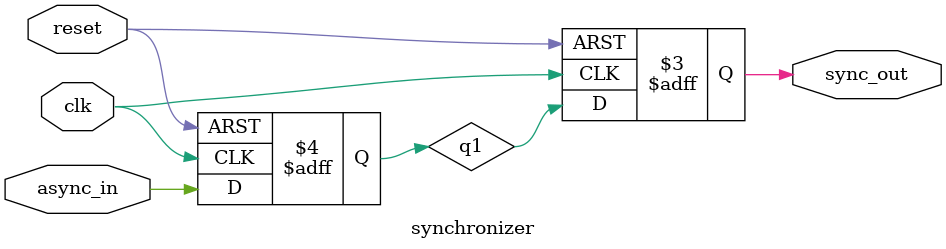
<source format=sv>
/*
MIT License

Copyright (c) 2018 James Herd

Permission is hereby granted, free of charge, to any person obtaining a copy
of this software and associated documentation files (the "Software"), to deal
in the Software without restriction, including without limitation the rights
to use, copy, modify, merge, publish, distribute, sublicense, and/or sell
copies of the Software, and to permit persons to whom the Software is
furnished to do so, subject to the following conditions:

The above copyright notice and this permission notice shall be included in all
copies or substantial portions of the Software.

THE SOFTWARE IS PROVIDED "AS IS", WITHOUT WARRANTY OF ANY KIND, EXPRESS OR
IMPLIED, INCLUDING BUT NOT LIMITED TO THE WARRANTIES OF MERCHANTABILITY,
FITNESS FOR A PARTICULAR PURPOSE AND NONINFRINGEMENT. IN NO EVENT SHALL THE
AUTHORS OR COPYRIGHT HOLDERS BE LIABLE FOR ANY CLAIM, DAMAGES OR OTHER
LIABILITY, WHETHER IN AN ACTION OF CONTRACT, TORT OR OTHERWISE, ARISING FROM,
OUT OF OR IN CONNECTION WITH THE SOFTWARE OR THE USE OR OTHER DEALINGS IN THE
SOFTWARE.
*/

// 
// synchronizer.sv : Two flip-flop synchroniser
// ===============
//
module synchronizer (
    input  logic clk, reset,
    input  logic async_in, 	// asynchronous input
    output logic sync_out		// synchronous output
);

//
// local variable

logic q1; // 1st stage ff output

//
// sync logic

always_ff @(posedge clk or negedge reset) begin
    if (!reset) 
        {sync_out,q1} <= '0;
    else 
        {sync_out,q1} <= {q1,async_in};
end

endmodule
</source>
